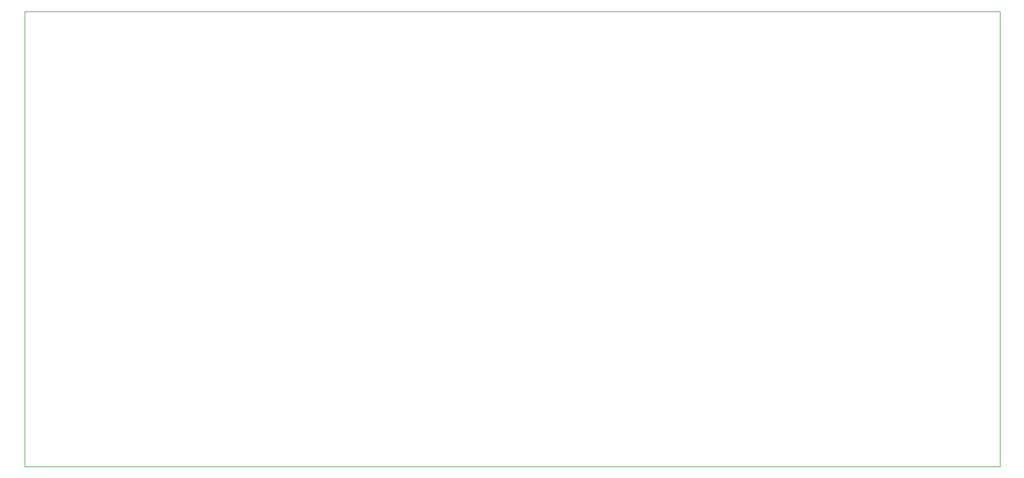
<source format=gbr>
%TF.GenerationSoftware,KiCad,Pcbnew,(5.1.9-0-10_14)*%
%TF.CreationDate,2021-06-18T22:47:41-04:00*%
%TF.ProjectId,ALU-181,414c552d-3138-4312-9e6b-696361645f70,rev?*%
%TF.SameCoordinates,Original*%
%TF.FileFunction,Profile,NP*%
%FSLAX46Y46*%
G04 Gerber Fmt 4.6, Leading zero omitted, Abs format (unit mm)*
G04 Created by KiCad (PCBNEW (5.1.9-0-10_14)) date 2021-06-18 22:47:41*
%MOMM*%
%LPD*%
G01*
G04 APERTURE LIST*
%TA.AperFunction,Profile*%
%ADD10C,0.050000*%
%TD*%
G04 APERTURE END LIST*
D10*
X211328000Y-121920000D02*
X211328000Y-120904000D01*
X67310000Y-121920000D02*
X211328000Y-121920000D01*
X67310000Y-120904000D02*
X67310000Y-121920000D01*
X67310000Y-54610000D02*
X70612000Y-54610000D01*
X67310000Y-55880000D02*
X67310000Y-54610000D01*
X67310000Y-120904000D02*
X67310000Y-55880000D01*
X211328000Y-54610000D02*
X211328000Y-120904000D01*
X70612000Y-54610000D02*
X211328000Y-54610000D01*
M02*

</source>
